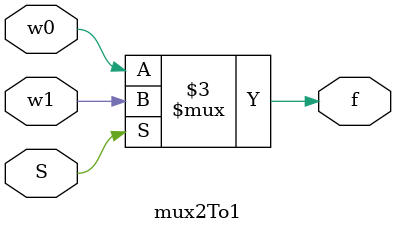
<source format=v>
/*
S          f
0          w0
1          w1
*/

`timescale 1ns/1ps

module mux2To1 (
    input wire w0, w1, S,
    output reg f
);

    always @(*) begin
        if (S)
            f = w1;
        else
            f = w0;
    end

endmodule

</source>
